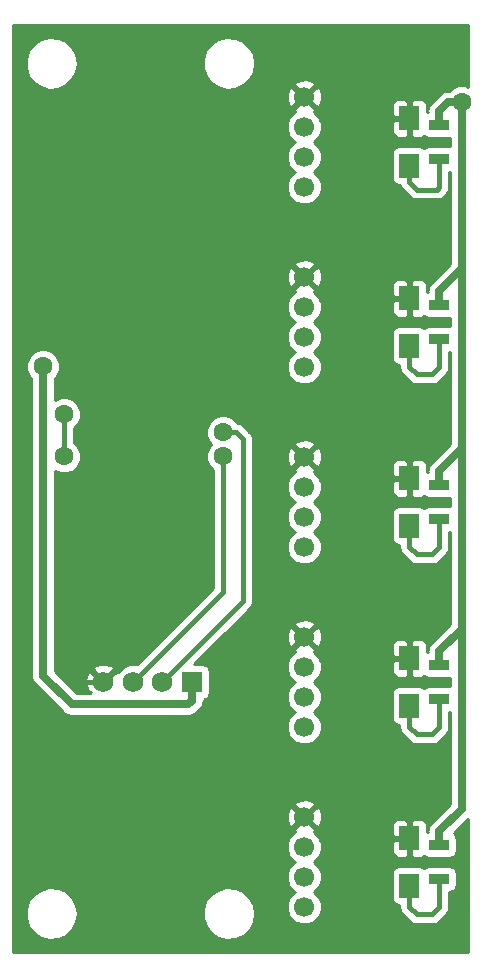
<source format=gbr>
G04 #@! TF.GenerationSoftware,KiCad,Pcbnew,(5.0.0-rc2-dev-632-g76d3b6f04)*
G04 #@! TF.CreationDate,2018-11-25T05:17:50+09:00*
G04 #@! TF.ProjectId,I2C_color_sensor_v1,4932435F636F6C6F725F73656E736F72,rev?*
G04 #@! TF.SameCoordinates,Original*
G04 #@! TF.FileFunction,Copper,L2,Bot,Signal*
G04 #@! TF.FilePolarity,Positive*
%FSLAX46Y46*%
G04 Gerber Fmt 4.6, Leading zero omitted, Abs format (unit mm)*
G04 Created by KiCad (PCBNEW (5.0.0-rc2-dev-632-g76d3b6f04)) date 11/25/18 05:17:50*
%MOMM*%
%LPD*%
G01*
G04 APERTURE LIST*
%ADD10C,1.700000*%
%ADD11C,1.750000*%
%ADD12R,1.750000X1.750000*%
%ADD13R,1.700000X2.000000*%
%ADD14R,1.700000X0.900000*%
%ADD15C,1.600000*%
%ADD16C,0.700000*%
%ADD17C,0.400000*%
%ADD18C,0.254000*%
G04 APERTURE END LIST*
D10*
X150400000Y-97330000D03*
X150400000Y-99870000D03*
X150400000Y-102410000D03*
X150400000Y-104950000D03*
D11*
X133375000Y-116380000D03*
X135875000Y-116380000D03*
X138375000Y-116380000D03*
D12*
X140875000Y-116380000D03*
D13*
X159290000Y-72660000D03*
X159290000Y-68660000D03*
X159290000Y-83900000D03*
X159290000Y-87900000D03*
X159290000Y-118380000D03*
X159290000Y-114380000D03*
X159290000Y-99140000D03*
X159290000Y-103140000D03*
X159290000Y-133620000D03*
X159290000Y-129620000D03*
D10*
X150400000Y-66850000D03*
X150400000Y-69390000D03*
X150400000Y-71930000D03*
X150400000Y-74470000D03*
X150400000Y-89710000D03*
X150400000Y-87170000D03*
X150400000Y-84630000D03*
X150400000Y-82090000D03*
X150400000Y-120190000D03*
X150400000Y-117650000D03*
X150400000Y-115110000D03*
X150400000Y-112570000D03*
X150400000Y-127810000D03*
X150400000Y-130350000D03*
X150400000Y-132890000D03*
X150400000Y-135430000D03*
D14*
X161830000Y-69210000D03*
X161830000Y-72110000D03*
X161830000Y-87350000D03*
X161830000Y-84450000D03*
X161830000Y-114930000D03*
X161830000Y-117830000D03*
X161830000Y-102590000D03*
X161830000Y-99690000D03*
X161830000Y-130170000D03*
X161830000Y-133070000D03*
D15*
X163735000Y-67310000D03*
X143510000Y-95250000D03*
X143510000Y-97282000D03*
X130080000Y-114475000D03*
X156750000Y-66850000D03*
X156750000Y-82090000D03*
X156750000Y-127810000D03*
X156750000Y-112570000D03*
X156750000Y-97330000D03*
X156500000Y-136999986D03*
X128270000Y-89662000D03*
X130048000Y-97282000D03*
X130048000Y-93726000D03*
D16*
X161830000Y-68060000D02*
X162580000Y-67310000D01*
X161830000Y-69210000D02*
X161830000Y-68060000D01*
X162580000Y-67310000D02*
X163735000Y-67310000D01*
X161830000Y-83280000D02*
X161830000Y-84450000D01*
X163735000Y-67310000D02*
X163735000Y-81375000D01*
X163735000Y-81375000D02*
X161830000Y-83280000D01*
X163735000Y-81375000D02*
X163735000Y-96615000D01*
X161830000Y-98520000D02*
X161830000Y-99690000D01*
X163735000Y-96615000D02*
X161830000Y-98520000D01*
X161830000Y-113780000D02*
X161830000Y-114930000D01*
X163735000Y-111875000D02*
X161830000Y-113780000D01*
X163735000Y-96615000D02*
X163735000Y-111875000D01*
X161830000Y-129020000D02*
X161830000Y-130170000D01*
X163735000Y-127115000D02*
X161830000Y-129020000D01*
X163735000Y-111875000D02*
X163735000Y-127115000D01*
D17*
X145218001Y-109536999D02*
X145218001Y-95826631D01*
X144641370Y-95250000D02*
X143510000Y-95250000D01*
X145218001Y-95826631D02*
X144641370Y-95250000D01*
X138375000Y-116380000D02*
X145218001Y-109536999D01*
X143510000Y-98413370D02*
X143510000Y-97282000D01*
X135875000Y-116380000D02*
X143510000Y-108745000D01*
X143510000Y-108745000D02*
X143510000Y-98413370D01*
X133375000Y-116380000D02*
X130715000Y-116380000D01*
X130715000Y-116380000D02*
X130080000Y-115745000D01*
X130080000Y-115745000D02*
X130080000Y-114475000D01*
X156750000Y-82090000D02*
X156750000Y-66850000D01*
X156750000Y-127810000D02*
X156750000Y-112570000D01*
X156750000Y-112570000D02*
X156750000Y-97330000D01*
X156750000Y-97330000D02*
X156750000Y-82090000D01*
X159290000Y-128220000D02*
X159290000Y-129620000D01*
X158880000Y-127810000D02*
X159290000Y-128220000D01*
X156750000Y-127810000D02*
X158880000Y-127810000D01*
X159290000Y-112980000D02*
X159290000Y-114380000D01*
X158880000Y-112570000D02*
X159290000Y-112980000D01*
X156750000Y-112570000D02*
X158880000Y-112570000D01*
X159290000Y-97740000D02*
X159290000Y-99140000D01*
X158880000Y-97330000D02*
X159290000Y-97740000D01*
X156750000Y-97330000D02*
X158880000Y-97330000D01*
X159290000Y-82500000D02*
X159290000Y-83900000D01*
X158880000Y-82090000D02*
X159290000Y-82500000D01*
X156750000Y-82090000D02*
X158880000Y-82090000D01*
X159290000Y-67260000D02*
X159290000Y-68660000D01*
X158880000Y-66850000D02*
X159290000Y-67260000D01*
X156750000Y-66850000D02*
X158880000Y-66850000D01*
X156750000Y-136749986D02*
X156500000Y-136999986D01*
X156750000Y-127810000D02*
X156750000Y-136749986D01*
D16*
X140545000Y-118285000D02*
X130715000Y-118285000D01*
X140875000Y-117955000D02*
X140545000Y-118285000D01*
X140875000Y-116380000D02*
X140875000Y-117955000D01*
X130715000Y-118285000D02*
X128270000Y-115840000D01*
X128270000Y-97536000D02*
X128270000Y-89662000D01*
X128270000Y-115840000D02*
X128270000Y-97536000D01*
D17*
X159290000Y-74060000D02*
X159925000Y-74695000D01*
X159290000Y-72660000D02*
X159290000Y-74060000D01*
X159925000Y-74695000D02*
X161605000Y-74695000D01*
X161605000Y-74695000D02*
X161830000Y-74470000D01*
X161830000Y-74470000D02*
X161830000Y-72110000D01*
X161830000Y-89710000D02*
X161830000Y-87350000D01*
X161195000Y-90345000D02*
X161830000Y-89710000D01*
X159925000Y-90345000D02*
X161195000Y-90345000D01*
X159290000Y-87900000D02*
X159290000Y-89710000D01*
X159290000Y-89710000D02*
X159925000Y-90345000D01*
X159290000Y-118380000D02*
X159290000Y-120190000D01*
X159290000Y-120190000D02*
X159925000Y-120825000D01*
X159925000Y-120825000D02*
X161195000Y-120825000D01*
X161195000Y-120825000D02*
X161830000Y-120190000D01*
X161830000Y-120190000D02*
X161830000Y-117830000D01*
X159290000Y-103140000D02*
X159290000Y-104950000D01*
X159290000Y-104950000D02*
X159925000Y-105585000D01*
X159925000Y-105585000D02*
X161195000Y-105585000D01*
X161195000Y-105585000D02*
X161830000Y-104950000D01*
X161830000Y-104950000D02*
X161830000Y-102590000D01*
X161830000Y-135430000D02*
X161830000Y-133070000D01*
X161195000Y-136065000D02*
X161830000Y-135430000D01*
X159925000Y-136065000D02*
X161195000Y-136065000D01*
X159290000Y-133620000D02*
X159290000Y-135430000D01*
X159290000Y-135430000D02*
X159925000Y-136065000D01*
X130048000Y-97282000D02*
X130048000Y-93726000D01*
D18*
G36*
X164265001Y-65976301D02*
X164020439Y-65875000D01*
X163449561Y-65875000D01*
X162922138Y-66093466D01*
X162690604Y-66325000D01*
X162677007Y-66325000D01*
X162579999Y-66305704D01*
X162482991Y-66325000D01*
X162482988Y-66325000D01*
X162195672Y-66382151D01*
X161869855Y-66599855D01*
X161814902Y-66682098D01*
X161202096Y-67294904D01*
X161119856Y-67349855D01*
X161064905Y-67432095D01*
X161064902Y-67432098D01*
X160902151Y-67675673D01*
X160825704Y-68060000D01*
X160841633Y-68140083D01*
X160775000Y-68153337D01*
X160775000Y-67533691D01*
X160678327Y-67300302D01*
X160499699Y-67121673D01*
X160266310Y-67025000D01*
X159575750Y-67025000D01*
X159417000Y-67183750D01*
X159417000Y-68533000D01*
X159437000Y-68533000D01*
X159437000Y-68787000D01*
X159417000Y-68787000D01*
X159417000Y-70136250D01*
X159575750Y-70295000D01*
X160266310Y-70295000D01*
X160499699Y-70198327D01*
X160556975Y-70141051D01*
X160732235Y-70258157D01*
X160980000Y-70307440D01*
X162680000Y-70307440D01*
X162750000Y-70293516D01*
X162750000Y-71026484D01*
X162680000Y-71012560D01*
X160980000Y-71012560D01*
X160732235Y-71061843D01*
X160560000Y-71176928D01*
X160387765Y-71061843D01*
X160140000Y-71012560D01*
X158440000Y-71012560D01*
X158192235Y-71061843D01*
X157982191Y-71202191D01*
X157841843Y-71412235D01*
X157792560Y-71660000D01*
X157792560Y-73660000D01*
X157841843Y-73907765D01*
X157982191Y-74117809D01*
X158192235Y-74258157D01*
X158440000Y-74307440D01*
X158487861Y-74307440D01*
X158503448Y-74385800D01*
X158503449Y-74385801D01*
X158688000Y-74662001D01*
X158757718Y-74708585D01*
X159276414Y-75227282D01*
X159322999Y-75297001D01*
X159599199Y-75481552D01*
X159842763Y-75530000D01*
X159925000Y-75546358D01*
X160007237Y-75530000D01*
X161522767Y-75530000D01*
X161605000Y-75546357D01*
X161687233Y-75530000D01*
X161687237Y-75530000D01*
X161930801Y-75481552D01*
X162207001Y-75297001D01*
X162253587Y-75227280D01*
X162362280Y-75118587D01*
X162432001Y-75072001D01*
X162616552Y-74795801D01*
X162665000Y-74552237D01*
X162665000Y-74552234D01*
X162681357Y-74470001D01*
X162665000Y-74387768D01*
X162665000Y-73207440D01*
X162680000Y-73207440D01*
X162750000Y-73193516D01*
X162750001Y-80966998D01*
X161202098Y-82514902D01*
X161119855Y-82569855D01*
X161064902Y-82652098D01*
X160916579Y-82874080D01*
X160902151Y-82895673D01*
X160845000Y-83182989D01*
X160845000Y-83182992D01*
X160825704Y-83280000D01*
X160845000Y-83377009D01*
X160845000Y-83379413D01*
X160775000Y-83393337D01*
X160775000Y-82773691D01*
X160678327Y-82540302D01*
X160499699Y-82361673D01*
X160266310Y-82265000D01*
X159575750Y-82265000D01*
X159417000Y-82423750D01*
X159417000Y-83773000D01*
X159437000Y-83773000D01*
X159437000Y-84027000D01*
X159417000Y-84027000D01*
X159417000Y-85376250D01*
X159575750Y-85535000D01*
X160266310Y-85535000D01*
X160499699Y-85438327D01*
X160556975Y-85381051D01*
X160732235Y-85498157D01*
X160980000Y-85547440D01*
X162680000Y-85547440D01*
X162750000Y-85533516D01*
X162750000Y-86266484D01*
X162680000Y-86252560D01*
X160980000Y-86252560D01*
X160732235Y-86301843D01*
X160560000Y-86416928D01*
X160387765Y-86301843D01*
X160140000Y-86252560D01*
X158440000Y-86252560D01*
X158192235Y-86301843D01*
X157982191Y-86442191D01*
X157841843Y-86652235D01*
X157792560Y-86900000D01*
X157792560Y-88900000D01*
X157841843Y-89147765D01*
X157982191Y-89357809D01*
X158192235Y-89498157D01*
X158440000Y-89547440D01*
X158455001Y-89547440D01*
X158455001Y-89627762D01*
X158438643Y-89710000D01*
X158503448Y-90035800D01*
X158503449Y-90035801D01*
X158688000Y-90312001D01*
X158757718Y-90358585D01*
X159276414Y-90877282D01*
X159322999Y-90947001D01*
X159599199Y-91131552D01*
X159842763Y-91180000D01*
X159925000Y-91196358D01*
X160007237Y-91180000D01*
X161112767Y-91180000D01*
X161195000Y-91196357D01*
X161277233Y-91180000D01*
X161277237Y-91180000D01*
X161520801Y-91131552D01*
X161797001Y-90947001D01*
X161843587Y-90877280D01*
X162362283Y-90358585D01*
X162432001Y-90312001D01*
X162616552Y-90035801D01*
X162665000Y-89792237D01*
X162665000Y-89792236D01*
X162681358Y-89710000D01*
X162665000Y-89627763D01*
X162665000Y-88447440D01*
X162680000Y-88447440D01*
X162750000Y-88433516D01*
X162750001Y-96206998D01*
X161202098Y-97754902D01*
X161119855Y-97809855D01*
X161064902Y-97892098D01*
X160947000Y-98068552D01*
X160902151Y-98135673D01*
X160845000Y-98422989D01*
X160845000Y-98422992D01*
X160825704Y-98520000D01*
X160845000Y-98617009D01*
X160845000Y-98619413D01*
X160775000Y-98633337D01*
X160775000Y-98013691D01*
X160678327Y-97780302D01*
X160499699Y-97601673D01*
X160266310Y-97505000D01*
X159575750Y-97505000D01*
X159417000Y-97663750D01*
X159417000Y-99013000D01*
X159437000Y-99013000D01*
X159437000Y-99267000D01*
X159417000Y-99267000D01*
X159417000Y-100616250D01*
X159575750Y-100775000D01*
X160266310Y-100775000D01*
X160499699Y-100678327D01*
X160556975Y-100621051D01*
X160732235Y-100738157D01*
X160980000Y-100787440D01*
X162680000Y-100787440D01*
X162750000Y-100773516D01*
X162750000Y-101506484D01*
X162680000Y-101492560D01*
X160980000Y-101492560D01*
X160732235Y-101541843D01*
X160560000Y-101656928D01*
X160387765Y-101541843D01*
X160140000Y-101492560D01*
X158440000Y-101492560D01*
X158192235Y-101541843D01*
X157982191Y-101682191D01*
X157841843Y-101892235D01*
X157792560Y-102140000D01*
X157792560Y-104140000D01*
X157841843Y-104387765D01*
X157982191Y-104597809D01*
X158192235Y-104738157D01*
X158440000Y-104787440D01*
X158455001Y-104787440D01*
X158455001Y-104867762D01*
X158438643Y-104950000D01*
X158503448Y-105275800D01*
X158503449Y-105275801D01*
X158688000Y-105552001D01*
X158757718Y-105598585D01*
X159276414Y-106117282D01*
X159322999Y-106187001D01*
X159599199Y-106371552D01*
X159842763Y-106420000D01*
X159925000Y-106436358D01*
X160007237Y-106420000D01*
X161112767Y-106420000D01*
X161195000Y-106436357D01*
X161277233Y-106420000D01*
X161277237Y-106420000D01*
X161520801Y-106371552D01*
X161797001Y-106187001D01*
X161843587Y-106117280D01*
X162362283Y-105598585D01*
X162432001Y-105552001D01*
X162616552Y-105275801D01*
X162665000Y-105032237D01*
X162665000Y-105032236D01*
X162681358Y-104950000D01*
X162665000Y-104867763D01*
X162665000Y-103687440D01*
X162680000Y-103687440D01*
X162750000Y-103673516D01*
X162750001Y-111466998D01*
X161202098Y-113014902D01*
X161119855Y-113069855D01*
X160902151Y-113395673D01*
X160845000Y-113682989D01*
X160845000Y-113682992D01*
X160825704Y-113780000D01*
X160841633Y-113860083D01*
X160775000Y-113873337D01*
X160775000Y-113253691D01*
X160678327Y-113020302D01*
X160499699Y-112841673D01*
X160266310Y-112745000D01*
X159575750Y-112745000D01*
X159417000Y-112903750D01*
X159417000Y-114253000D01*
X159437000Y-114253000D01*
X159437000Y-114507000D01*
X159417000Y-114507000D01*
X159417000Y-115856250D01*
X159575750Y-116015000D01*
X160266310Y-116015000D01*
X160499699Y-115918327D01*
X160556975Y-115861051D01*
X160732235Y-115978157D01*
X160980000Y-116027440D01*
X162680000Y-116027440D01*
X162750000Y-116013516D01*
X162750000Y-116746484D01*
X162680000Y-116732560D01*
X160980000Y-116732560D01*
X160732235Y-116781843D01*
X160560000Y-116896928D01*
X160387765Y-116781843D01*
X160140000Y-116732560D01*
X158440000Y-116732560D01*
X158192235Y-116781843D01*
X157982191Y-116922191D01*
X157841843Y-117132235D01*
X157792560Y-117380000D01*
X157792560Y-119380000D01*
X157841843Y-119627765D01*
X157982191Y-119837809D01*
X158192235Y-119978157D01*
X158440000Y-120027440D01*
X158455001Y-120027440D01*
X158455001Y-120107762D01*
X158438643Y-120190000D01*
X158503448Y-120515800D01*
X158503449Y-120515801D01*
X158688000Y-120792001D01*
X158757718Y-120838585D01*
X159276414Y-121357282D01*
X159322999Y-121427001D01*
X159599199Y-121611552D01*
X159842763Y-121660000D01*
X159925000Y-121676358D01*
X160007237Y-121660000D01*
X161112767Y-121660000D01*
X161195000Y-121676357D01*
X161277233Y-121660000D01*
X161277237Y-121660000D01*
X161520801Y-121611552D01*
X161797001Y-121427001D01*
X161843587Y-121357280D01*
X162362283Y-120838585D01*
X162432001Y-120792001D01*
X162616552Y-120515801D01*
X162665000Y-120272237D01*
X162665000Y-120272236D01*
X162681358Y-120190000D01*
X162665000Y-120107763D01*
X162665000Y-118927440D01*
X162680000Y-118927440D01*
X162750000Y-118913516D01*
X162750001Y-126706998D01*
X161202098Y-128254902D01*
X161119855Y-128309855D01*
X160902151Y-128635673D01*
X160845000Y-128922989D01*
X160845000Y-128922992D01*
X160825704Y-129020000D01*
X160841633Y-129100083D01*
X160775000Y-129113337D01*
X160775000Y-128493691D01*
X160678327Y-128260302D01*
X160499699Y-128081673D01*
X160266310Y-127985000D01*
X159575750Y-127985000D01*
X159417000Y-128143750D01*
X159417000Y-129493000D01*
X159437000Y-129493000D01*
X159437000Y-129747000D01*
X159417000Y-129747000D01*
X159417000Y-131096250D01*
X159575750Y-131255000D01*
X160266310Y-131255000D01*
X160499699Y-131158327D01*
X160556975Y-131101051D01*
X160732235Y-131218157D01*
X160980000Y-131267440D01*
X162680000Y-131267440D01*
X162927765Y-131218157D01*
X163137809Y-131077809D01*
X163278157Y-130867765D01*
X163327440Y-130620000D01*
X163327440Y-129720000D01*
X163278157Y-129472235D01*
X163137809Y-129262191D01*
X163043695Y-129199305D01*
X164265000Y-127978001D01*
X164265000Y-139265000D01*
X125735000Y-139265000D01*
X125735000Y-135651151D01*
X126797455Y-135651151D01*
X126803206Y-136383402D01*
X127045836Y-137074311D01*
X127499182Y-137649377D01*
X128114360Y-138046593D01*
X128825036Y-138223126D01*
X129554578Y-138159940D01*
X130224321Y-137863850D01*
X130762046Y-137366783D01*
X131109770Y-136722336D01*
X131230000Y-136000000D01*
X131229725Y-135964973D01*
X131172411Y-135651151D01*
X141797455Y-135651151D01*
X141803206Y-136383402D01*
X142045836Y-137074311D01*
X142499182Y-137649377D01*
X143114360Y-138046593D01*
X143825036Y-138223126D01*
X144554578Y-138159940D01*
X145224321Y-137863850D01*
X145762046Y-137366783D01*
X146109770Y-136722336D01*
X146230000Y-136000000D01*
X146229725Y-135964973D01*
X146098164Y-135244614D01*
X145740360Y-134605709D01*
X145194894Y-134117149D01*
X144520583Y-133831615D01*
X143790138Y-133779897D01*
X143082323Y-133967571D01*
X142473460Y-134374400D01*
X142029203Y-134956517D01*
X141797455Y-135651151D01*
X131172411Y-135651151D01*
X131098164Y-135244614D01*
X130740360Y-134605709D01*
X130194894Y-134117149D01*
X129520583Y-133831615D01*
X128790138Y-133779897D01*
X128082323Y-133967571D01*
X127473460Y-134374400D01*
X127029203Y-134956517D01*
X126797455Y-135651151D01*
X125735000Y-135651151D01*
X125735000Y-130054615D01*
X148915000Y-130054615D01*
X148915000Y-130645385D01*
X149141078Y-131191185D01*
X149558815Y-131608922D01*
X149585560Y-131620000D01*
X149558815Y-131631078D01*
X149141078Y-132048815D01*
X148915000Y-132594615D01*
X148915000Y-133185385D01*
X149141078Y-133731185D01*
X149558815Y-134148922D01*
X149585560Y-134160000D01*
X149558815Y-134171078D01*
X149141078Y-134588815D01*
X148915000Y-135134615D01*
X148915000Y-135725385D01*
X149141078Y-136271185D01*
X149558815Y-136688922D01*
X150104615Y-136915000D01*
X150695385Y-136915000D01*
X151241185Y-136688922D01*
X151658922Y-136271185D01*
X151885000Y-135725385D01*
X151885000Y-135134615D01*
X151658922Y-134588815D01*
X151241185Y-134171078D01*
X151214440Y-134160000D01*
X151241185Y-134148922D01*
X151658922Y-133731185D01*
X151885000Y-133185385D01*
X151885000Y-132620000D01*
X157792560Y-132620000D01*
X157792560Y-134620000D01*
X157841843Y-134867765D01*
X157982191Y-135077809D01*
X158192235Y-135218157D01*
X158440000Y-135267440D01*
X158455001Y-135267440D01*
X158455001Y-135347762D01*
X158438643Y-135430000D01*
X158503448Y-135755800D01*
X158503449Y-135755801D01*
X158688000Y-136032001D01*
X158757718Y-136078585D01*
X159276414Y-136597282D01*
X159322999Y-136667001D01*
X159599199Y-136851552D01*
X159842763Y-136900000D01*
X159925000Y-136916358D01*
X160007237Y-136900000D01*
X161112767Y-136900000D01*
X161195000Y-136916357D01*
X161277233Y-136900000D01*
X161277237Y-136900000D01*
X161520801Y-136851552D01*
X161797001Y-136667001D01*
X161843587Y-136597280D01*
X162362283Y-136078585D01*
X162432001Y-136032001D01*
X162616552Y-135755801D01*
X162665000Y-135512237D01*
X162665000Y-135512236D01*
X162681358Y-135430000D01*
X162665000Y-135347763D01*
X162665000Y-134167440D01*
X162680000Y-134167440D01*
X162927765Y-134118157D01*
X163137809Y-133977809D01*
X163278157Y-133767765D01*
X163327440Y-133520000D01*
X163327440Y-132620000D01*
X163278157Y-132372235D01*
X163137809Y-132162191D01*
X162927765Y-132021843D01*
X162680000Y-131972560D01*
X160980000Y-131972560D01*
X160732235Y-132021843D01*
X160560000Y-132136928D01*
X160387765Y-132021843D01*
X160140000Y-131972560D01*
X158440000Y-131972560D01*
X158192235Y-132021843D01*
X157982191Y-132162191D01*
X157841843Y-132372235D01*
X157792560Y-132620000D01*
X151885000Y-132620000D01*
X151885000Y-132594615D01*
X151658922Y-132048815D01*
X151241185Y-131631078D01*
X151214440Y-131620000D01*
X151241185Y-131608922D01*
X151658922Y-131191185D01*
X151885000Y-130645385D01*
X151885000Y-130054615D01*
X151823339Y-129905750D01*
X157805000Y-129905750D01*
X157805000Y-130746309D01*
X157901673Y-130979698D01*
X158080301Y-131158327D01*
X158313690Y-131255000D01*
X159004250Y-131255000D01*
X159163000Y-131096250D01*
X159163000Y-129747000D01*
X157963750Y-129747000D01*
X157805000Y-129905750D01*
X151823339Y-129905750D01*
X151658922Y-129508815D01*
X151241185Y-129091078D01*
X151194753Y-129071845D01*
X151264353Y-128853958D01*
X150400000Y-127989605D01*
X149535647Y-128853958D01*
X149605247Y-129071845D01*
X149558815Y-129091078D01*
X149141078Y-129508815D01*
X148915000Y-130054615D01*
X125735000Y-130054615D01*
X125735000Y-127581279D01*
X148903282Y-127581279D01*
X148929685Y-128171458D01*
X149104741Y-128594080D01*
X149356042Y-128674353D01*
X150220395Y-127810000D01*
X150579605Y-127810000D01*
X151443958Y-128674353D01*
X151695259Y-128594080D01*
X151731675Y-128493691D01*
X157805000Y-128493691D01*
X157805000Y-129334250D01*
X157963750Y-129493000D01*
X159163000Y-129493000D01*
X159163000Y-128143750D01*
X159004250Y-127985000D01*
X158313690Y-127985000D01*
X158080301Y-128081673D01*
X157901673Y-128260302D01*
X157805000Y-128493691D01*
X151731675Y-128493691D01*
X151896718Y-128038721D01*
X151870315Y-127448542D01*
X151695259Y-127025920D01*
X151443958Y-126945647D01*
X150579605Y-127810000D01*
X150220395Y-127810000D01*
X149356042Y-126945647D01*
X149104741Y-127025920D01*
X148903282Y-127581279D01*
X125735000Y-127581279D01*
X125735000Y-126766042D01*
X149535647Y-126766042D01*
X150400000Y-127630395D01*
X151264353Y-126766042D01*
X151184080Y-126514741D01*
X150628721Y-126313282D01*
X150038542Y-126339685D01*
X149615920Y-126514741D01*
X149535647Y-126766042D01*
X125735000Y-126766042D01*
X125735000Y-89376561D01*
X126835000Y-89376561D01*
X126835000Y-89947439D01*
X127053466Y-90474862D01*
X127285001Y-90706397D01*
X127285000Y-97633011D01*
X127285001Y-97633016D01*
X127285000Y-115742992D01*
X127265704Y-115840000D01*
X127285000Y-115937008D01*
X127285000Y-115937011D01*
X127342151Y-116224327D01*
X127559855Y-116550145D01*
X127642098Y-116605098D01*
X129949902Y-118912902D01*
X130004855Y-118995145D01*
X130330672Y-119212849D01*
X130617988Y-119270000D01*
X130617991Y-119270000D01*
X130714999Y-119289296D01*
X130812007Y-119270000D01*
X140447992Y-119270000D01*
X140545000Y-119289296D01*
X140642008Y-119270000D01*
X140642012Y-119270000D01*
X140929328Y-119212849D01*
X141255145Y-118995145D01*
X141310099Y-118912901D01*
X141502900Y-118720100D01*
X141585145Y-118665145D01*
X141802849Y-118339328D01*
X141860000Y-118052012D01*
X141860000Y-118052008D01*
X141879296Y-117955001D01*
X141864318Y-117879701D01*
X141997765Y-117853157D01*
X142207809Y-117712809D01*
X142348157Y-117502765D01*
X142397440Y-117255000D01*
X142397440Y-115505000D01*
X142348157Y-115257235D01*
X142207809Y-115047191D01*
X141997765Y-114906843D01*
X141750000Y-114857560D01*
X141078307Y-114857560D01*
X141121252Y-114814615D01*
X148915000Y-114814615D01*
X148915000Y-115405385D01*
X149141078Y-115951185D01*
X149558815Y-116368922D01*
X149585560Y-116380000D01*
X149558815Y-116391078D01*
X149141078Y-116808815D01*
X148915000Y-117354615D01*
X148915000Y-117945385D01*
X149141078Y-118491185D01*
X149558815Y-118908922D01*
X149585560Y-118920000D01*
X149558815Y-118931078D01*
X149141078Y-119348815D01*
X148915000Y-119894615D01*
X148915000Y-120485385D01*
X149141078Y-121031185D01*
X149558815Y-121448922D01*
X150104615Y-121675000D01*
X150695385Y-121675000D01*
X151241185Y-121448922D01*
X151658922Y-121031185D01*
X151885000Y-120485385D01*
X151885000Y-119894615D01*
X151658922Y-119348815D01*
X151241185Y-118931078D01*
X151214440Y-118920000D01*
X151241185Y-118908922D01*
X151658922Y-118491185D01*
X151885000Y-117945385D01*
X151885000Y-117354615D01*
X151658922Y-116808815D01*
X151241185Y-116391078D01*
X151214440Y-116380000D01*
X151241185Y-116368922D01*
X151658922Y-115951185D01*
X151885000Y-115405385D01*
X151885000Y-114814615D01*
X151823339Y-114665750D01*
X157805000Y-114665750D01*
X157805000Y-115506309D01*
X157901673Y-115739698D01*
X158080301Y-115918327D01*
X158313690Y-116015000D01*
X159004250Y-116015000D01*
X159163000Y-115856250D01*
X159163000Y-114507000D01*
X157963750Y-114507000D01*
X157805000Y-114665750D01*
X151823339Y-114665750D01*
X151658922Y-114268815D01*
X151241185Y-113851078D01*
X151194753Y-113831845D01*
X151264353Y-113613958D01*
X150400000Y-112749605D01*
X149535647Y-113613958D01*
X149605247Y-113831845D01*
X149558815Y-113851078D01*
X149141078Y-114268815D01*
X148915000Y-114814615D01*
X141121252Y-114814615D01*
X143594588Y-112341279D01*
X148903282Y-112341279D01*
X148929685Y-112931458D01*
X149104741Y-113354080D01*
X149356042Y-113434353D01*
X150220395Y-112570000D01*
X150579605Y-112570000D01*
X151443958Y-113434353D01*
X151695259Y-113354080D01*
X151731675Y-113253691D01*
X157805000Y-113253691D01*
X157805000Y-114094250D01*
X157963750Y-114253000D01*
X159163000Y-114253000D01*
X159163000Y-112903750D01*
X159004250Y-112745000D01*
X158313690Y-112745000D01*
X158080301Y-112841673D01*
X157901673Y-113020302D01*
X157805000Y-113253691D01*
X151731675Y-113253691D01*
X151896718Y-112798721D01*
X151870315Y-112208542D01*
X151695259Y-111785920D01*
X151443958Y-111705647D01*
X150579605Y-112570000D01*
X150220395Y-112570000D01*
X149356042Y-111705647D01*
X149104741Y-111785920D01*
X148903282Y-112341279D01*
X143594588Y-112341279D01*
X144409825Y-111526042D01*
X149535647Y-111526042D01*
X150400000Y-112390395D01*
X151264353Y-111526042D01*
X151184080Y-111274741D01*
X150628721Y-111073282D01*
X150038542Y-111099685D01*
X149615920Y-111274741D01*
X149535647Y-111526042D01*
X144409825Y-111526042D01*
X145750284Y-110185584D01*
X145820002Y-110139000D01*
X146004553Y-109862800D01*
X146053001Y-109619236D01*
X146053001Y-109619235D01*
X146069359Y-109536999D01*
X146053001Y-109454762D01*
X146053001Y-99574615D01*
X148915000Y-99574615D01*
X148915000Y-100165385D01*
X149141078Y-100711185D01*
X149558815Y-101128922D01*
X149585560Y-101140000D01*
X149558815Y-101151078D01*
X149141078Y-101568815D01*
X148915000Y-102114615D01*
X148915000Y-102705385D01*
X149141078Y-103251185D01*
X149558815Y-103668922D01*
X149585560Y-103680000D01*
X149558815Y-103691078D01*
X149141078Y-104108815D01*
X148915000Y-104654615D01*
X148915000Y-105245385D01*
X149141078Y-105791185D01*
X149558815Y-106208922D01*
X150104615Y-106435000D01*
X150695385Y-106435000D01*
X151241185Y-106208922D01*
X151658922Y-105791185D01*
X151885000Y-105245385D01*
X151885000Y-104654615D01*
X151658922Y-104108815D01*
X151241185Y-103691078D01*
X151214440Y-103680000D01*
X151241185Y-103668922D01*
X151658922Y-103251185D01*
X151885000Y-102705385D01*
X151885000Y-102114615D01*
X151658922Y-101568815D01*
X151241185Y-101151078D01*
X151214440Y-101140000D01*
X151241185Y-101128922D01*
X151658922Y-100711185D01*
X151885000Y-100165385D01*
X151885000Y-99574615D01*
X151823339Y-99425750D01*
X157805000Y-99425750D01*
X157805000Y-100266309D01*
X157901673Y-100499698D01*
X158080301Y-100678327D01*
X158313690Y-100775000D01*
X159004250Y-100775000D01*
X159163000Y-100616250D01*
X159163000Y-99267000D01*
X157963750Y-99267000D01*
X157805000Y-99425750D01*
X151823339Y-99425750D01*
X151658922Y-99028815D01*
X151241185Y-98611078D01*
X151194753Y-98591845D01*
X151264353Y-98373958D01*
X150400000Y-97509605D01*
X149535647Y-98373958D01*
X149605247Y-98591845D01*
X149558815Y-98611078D01*
X149141078Y-99028815D01*
X148915000Y-99574615D01*
X146053001Y-99574615D01*
X146053001Y-97101279D01*
X148903282Y-97101279D01*
X148929685Y-97691458D01*
X149104741Y-98114080D01*
X149356042Y-98194353D01*
X150220395Y-97330000D01*
X150579605Y-97330000D01*
X151443958Y-98194353D01*
X151695259Y-98114080D01*
X151731675Y-98013691D01*
X157805000Y-98013691D01*
X157805000Y-98854250D01*
X157963750Y-99013000D01*
X159163000Y-99013000D01*
X159163000Y-97663750D01*
X159004250Y-97505000D01*
X158313690Y-97505000D01*
X158080301Y-97601673D01*
X157901673Y-97780302D01*
X157805000Y-98013691D01*
X151731675Y-98013691D01*
X151896718Y-97558721D01*
X151870315Y-96968542D01*
X151695259Y-96545920D01*
X151443958Y-96465647D01*
X150579605Y-97330000D01*
X150220395Y-97330000D01*
X149356042Y-96465647D01*
X149104741Y-96545920D01*
X148903282Y-97101279D01*
X146053001Y-97101279D01*
X146053001Y-96286042D01*
X149535647Y-96286042D01*
X150400000Y-97150395D01*
X151264353Y-96286042D01*
X151184080Y-96034741D01*
X150628721Y-95833282D01*
X150038542Y-95859685D01*
X149615920Y-96034741D01*
X149535647Y-96286042D01*
X146053001Y-96286042D01*
X146053001Y-95908863D01*
X146069358Y-95826630D01*
X146053001Y-95744397D01*
X146053001Y-95744394D01*
X146004553Y-95500830D01*
X145820002Y-95224630D01*
X145750286Y-95178047D01*
X145289957Y-94717719D01*
X145243371Y-94647999D01*
X144967171Y-94463448D01*
X144723607Y-94415000D01*
X144723603Y-94415000D01*
X144699627Y-94410231D01*
X144322862Y-94033466D01*
X143795439Y-93815000D01*
X143224561Y-93815000D01*
X142697138Y-94033466D01*
X142293466Y-94437138D01*
X142075000Y-94964561D01*
X142075000Y-95535439D01*
X142293466Y-96062862D01*
X142496604Y-96266000D01*
X142293466Y-96469138D01*
X142075000Y-96996561D01*
X142075000Y-97567439D01*
X142293466Y-98094862D01*
X142675000Y-98476396D01*
X142675000Y-98495606D01*
X142675001Y-98495611D01*
X142675000Y-108399132D01*
X136195705Y-114878428D01*
X136175358Y-114870000D01*
X135574642Y-114870000D01*
X135019654Y-115099884D01*
X134594884Y-115524654D01*
X134585879Y-115546394D01*
X134437060Y-115497545D01*
X133554605Y-116380000D01*
X133568748Y-116394143D01*
X133389143Y-116573748D01*
X133375000Y-116559605D01*
X133360858Y-116573748D01*
X133181253Y-116394143D01*
X133195395Y-116380000D01*
X132312940Y-115497545D01*
X132059047Y-115580884D01*
X131853410Y-116145306D01*
X131879421Y-116745458D01*
X132059047Y-117179116D01*
X132312938Y-117262454D01*
X132275392Y-117300000D01*
X131123000Y-117300000D01*
X129255000Y-115432000D01*
X129255000Y-115317940D01*
X132492545Y-115317940D01*
X133375000Y-116200395D01*
X134257455Y-115317940D01*
X134174116Y-115064047D01*
X133609694Y-114858410D01*
X133009542Y-114884421D01*
X132575884Y-115064047D01*
X132492545Y-115317940D01*
X129255000Y-115317940D01*
X129255000Y-98506761D01*
X129762561Y-98717000D01*
X130333439Y-98717000D01*
X130860862Y-98498534D01*
X131264534Y-98094862D01*
X131483000Y-97567439D01*
X131483000Y-96996561D01*
X131264534Y-96469138D01*
X130883000Y-96087604D01*
X130883000Y-94920396D01*
X131264534Y-94538862D01*
X131483000Y-94011439D01*
X131483000Y-93440561D01*
X131264534Y-92913138D01*
X130860862Y-92509466D01*
X130333439Y-92291000D01*
X129762561Y-92291000D01*
X129255000Y-92501239D01*
X129255000Y-90706396D01*
X129486534Y-90474862D01*
X129705000Y-89947439D01*
X129705000Y-89376561D01*
X129486534Y-88849138D01*
X129082862Y-88445466D01*
X128555439Y-88227000D01*
X127984561Y-88227000D01*
X127457138Y-88445466D01*
X127053466Y-88849138D01*
X126835000Y-89376561D01*
X125735000Y-89376561D01*
X125735000Y-84334615D01*
X148915000Y-84334615D01*
X148915000Y-84925385D01*
X149141078Y-85471185D01*
X149558815Y-85888922D01*
X149585560Y-85900000D01*
X149558815Y-85911078D01*
X149141078Y-86328815D01*
X148915000Y-86874615D01*
X148915000Y-87465385D01*
X149141078Y-88011185D01*
X149558815Y-88428922D01*
X149585560Y-88440000D01*
X149558815Y-88451078D01*
X149141078Y-88868815D01*
X148915000Y-89414615D01*
X148915000Y-90005385D01*
X149141078Y-90551185D01*
X149558815Y-90968922D01*
X150104615Y-91195000D01*
X150695385Y-91195000D01*
X151241185Y-90968922D01*
X151658922Y-90551185D01*
X151885000Y-90005385D01*
X151885000Y-89414615D01*
X151658922Y-88868815D01*
X151241185Y-88451078D01*
X151214440Y-88440000D01*
X151241185Y-88428922D01*
X151658922Y-88011185D01*
X151885000Y-87465385D01*
X151885000Y-86874615D01*
X151658922Y-86328815D01*
X151241185Y-85911078D01*
X151214440Y-85900000D01*
X151241185Y-85888922D01*
X151658922Y-85471185D01*
X151885000Y-84925385D01*
X151885000Y-84334615D01*
X151823339Y-84185750D01*
X157805000Y-84185750D01*
X157805000Y-85026309D01*
X157901673Y-85259698D01*
X158080301Y-85438327D01*
X158313690Y-85535000D01*
X159004250Y-85535000D01*
X159163000Y-85376250D01*
X159163000Y-84027000D01*
X157963750Y-84027000D01*
X157805000Y-84185750D01*
X151823339Y-84185750D01*
X151658922Y-83788815D01*
X151241185Y-83371078D01*
X151194753Y-83351845D01*
X151264353Y-83133958D01*
X150400000Y-82269605D01*
X149535647Y-83133958D01*
X149605247Y-83351845D01*
X149558815Y-83371078D01*
X149141078Y-83788815D01*
X148915000Y-84334615D01*
X125735000Y-84334615D01*
X125735000Y-81861279D01*
X148903282Y-81861279D01*
X148929685Y-82451458D01*
X149104741Y-82874080D01*
X149356042Y-82954353D01*
X150220395Y-82090000D01*
X150579605Y-82090000D01*
X151443958Y-82954353D01*
X151695259Y-82874080D01*
X151731675Y-82773691D01*
X157805000Y-82773691D01*
X157805000Y-83614250D01*
X157963750Y-83773000D01*
X159163000Y-83773000D01*
X159163000Y-82423750D01*
X159004250Y-82265000D01*
X158313690Y-82265000D01*
X158080301Y-82361673D01*
X157901673Y-82540302D01*
X157805000Y-82773691D01*
X151731675Y-82773691D01*
X151896718Y-82318721D01*
X151870315Y-81728542D01*
X151695259Y-81305920D01*
X151443958Y-81225647D01*
X150579605Y-82090000D01*
X150220395Y-82090000D01*
X149356042Y-81225647D01*
X149104741Y-81305920D01*
X148903282Y-81861279D01*
X125735000Y-81861279D01*
X125735000Y-81046042D01*
X149535647Y-81046042D01*
X150400000Y-81910395D01*
X151264353Y-81046042D01*
X151184080Y-80794741D01*
X150628721Y-80593282D01*
X150038542Y-80619685D01*
X149615920Y-80794741D01*
X149535647Y-81046042D01*
X125735000Y-81046042D01*
X125735000Y-69094615D01*
X148915000Y-69094615D01*
X148915000Y-69685385D01*
X149141078Y-70231185D01*
X149558815Y-70648922D01*
X149585560Y-70660000D01*
X149558815Y-70671078D01*
X149141078Y-71088815D01*
X148915000Y-71634615D01*
X148915000Y-72225385D01*
X149141078Y-72771185D01*
X149558815Y-73188922D01*
X149585560Y-73200000D01*
X149558815Y-73211078D01*
X149141078Y-73628815D01*
X148915000Y-74174615D01*
X148915000Y-74765385D01*
X149141078Y-75311185D01*
X149558815Y-75728922D01*
X150104615Y-75955000D01*
X150695385Y-75955000D01*
X151241185Y-75728922D01*
X151658922Y-75311185D01*
X151885000Y-74765385D01*
X151885000Y-74174615D01*
X151658922Y-73628815D01*
X151241185Y-73211078D01*
X151214440Y-73200000D01*
X151241185Y-73188922D01*
X151658922Y-72771185D01*
X151885000Y-72225385D01*
X151885000Y-71634615D01*
X151658922Y-71088815D01*
X151241185Y-70671078D01*
X151214440Y-70660000D01*
X151241185Y-70648922D01*
X151658922Y-70231185D01*
X151885000Y-69685385D01*
X151885000Y-69094615D01*
X151823339Y-68945750D01*
X157805000Y-68945750D01*
X157805000Y-69786309D01*
X157901673Y-70019698D01*
X158080301Y-70198327D01*
X158313690Y-70295000D01*
X159004250Y-70295000D01*
X159163000Y-70136250D01*
X159163000Y-68787000D01*
X157963750Y-68787000D01*
X157805000Y-68945750D01*
X151823339Y-68945750D01*
X151658922Y-68548815D01*
X151241185Y-68131078D01*
X151194753Y-68111845D01*
X151264353Y-67893958D01*
X150400000Y-67029605D01*
X149535647Y-67893958D01*
X149605247Y-68111845D01*
X149558815Y-68131078D01*
X149141078Y-68548815D01*
X148915000Y-69094615D01*
X125735000Y-69094615D01*
X125735000Y-66621279D01*
X148903282Y-66621279D01*
X148929685Y-67211458D01*
X149104741Y-67634080D01*
X149356042Y-67714353D01*
X150220395Y-66850000D01*
X150579605Y-66850000D01*
X151443958Y-67714353D01*
X151695259Y-67634080D01*
X151731675Y-67533691D01*
X157805000Y-67533691D01*
X157805000Y-68374250D01*
X157963750Y-68533000D01*
X159163000Y-68533000D01*
X159163000Y-67183750D01*
X159004250Y-67025000D01*
X158313690Y-67025000D01*
X158080301Y-67121673D01*
X157901673Y-67300302D01*
X157805000Y-67533691D01*
X151731675Y-67533691D01*
X151896718Y-67078721D01*
X151870315Y-66488542D01*
X151695259Y-66065920D01*
X151443958Y-65985647D01*
X150579605Y-66850000D01*
X150220395Y-66850000D01*
X149356042Y-65985647D01*
X149104741Y-66065920D01*
X148903282Y-66621279D01*
X125735000Y-66621279D01*
X125735000Y-63651151D01*
X126797455Y-63651151D01*
X126803206Y-64383402D01*
X127045836Y-65074311D01*
X127499182Y-65649377D01*
X128114360Y-66046593D01*
X128825036Y-66223126D01*
X129554578Y-66159940D01*
X130224321Y-65863850D01*
X130762046Y-65366783D01*
X131109770Y-64722336D01*
X131230000Y-64000000D01*
X131229725Y-63964973D01*
X131172411Y-63651151D01*
X141797455Y-63651151D01*
X141803206Y-64383402D01*
X142045836Y-65074311D01*
X142499182Y-65649377D01*
X143114360Y-66046593D01*
X143825036Y-66223126D01*
X144554578Y-66159940D01*
X145224321Y-65863850D01*
X145286857Y-65806042D01*
X149535647Y-65806042D01*
X150400000Y-66670395D01*
X151264353Y-65806042D01*
X151184080Y-65554741D01*
X150628721Y-65353282D01*
X150038542Y-65379685D01*
X149615920Y-65554741D01*
X149535647Y-65806042D01*
X145286857Y-65806042D01*
X145762046Y-65366783D01*
X146109770Y-64722336D01*
X146230000Y-64000000D01*
X146229725Y-63964973D01*
X146098164Y-63244614D01*
X145740360Y-62605709D01*
X145194894Y-62117149D01*
X144520583Y-61831615D01*
X143790138Y-61779897D01*
X143082323Y-61967571D01*
X142473460Y-62374400D01*
X142029203Y-62956517D01*
X141797455Y-63651151D01*
X131172411Y-63651151D01*
X131098164Y-63244614D01*
X130740360Y-62605709D01*
X130194894Y-62117149D01*
X129520583Y-61831615D01*
X128790138Y-61779897D01*
X128082323Y-61967571D01*
X127473460Y-62374400D01*
X127029203Y-62956517D01*
X126797455Y-63651151D01*
X125735000Y-63651151D01*
X125735000Y-60735000D01*
X164265001Y-60735000D01*
X164265001Y-65976301D01*
X164265001Y-65976301D01*
G37*
X164265001Y-65976301D02*
X164020439Y-65875000D01*
X163449561Y-65875000D01*
X162922138Y-66093466D01*
X162690604Y-66325000D01*
X162677007Y-66325000D01*
X162579999Y-66305704D01*
X162482991Y-66325000D01*
X162482988Y-66325000D01*
X162195672Y-66382151D01*
X161869855Y-66599855D01*
X161814902Y-66682098D01*
X161202096Y-67294904D01*
X161119856Y-67349855D01*
X161064905Y-67432095D01*
X161064902Y-67432098D01*
X160902151Y-67675673D01*
X160825704Y-68060000D01*
X160841633Y-68140083D01*
X160775000Y-68153337D01*
X160775000Y-67533691D01*
X160678327Y-67300302D01*
X160499699Y-67121673D01*
X160266310Y-67025000D01*
X159575750Y-67025000D01*
X159417000Y-67183750D01*
X159417000Y-68533000D01*
X159437000Y-68533000D01*
X159437000Y-68787000D01*
X159417000Y-68787000D01*
X159417000Y-70136250D01*
X159575750Y-70295000D01*
X160266310Y-70295000D01*
X160499699Y-70198327D01*
X160556975Y-70141051D01*
X160732235Y-70258157D01*
X160980000Y-70307440D01*
X162680000Y-70307440D01*
X162750000Y-70293516D01*
X162750000Y-71026484D01*
X162680000Y-71012560D01*
X160980000Y-71012560D01*
X160732235Y-71061843D01*
X160560000Y-71176928D01*
X160387765Y-71061843D01*
X160140000Y-71012560D01*
X158440000Y-71012560D01*
X158192235Y-71061843D01*
X157982191Y-71202191D01*
X157841843Y-71412235D01*
X157792560Y-71660000D01*
X157792560Y-73660000D01*
X157841843Y-73907765D01*
X157982191Y-74117809D01*
X158192235Y-74258157D01*
X158440000Y-74307440D01*
X158487861Y-74307440D01*
X158503448Y-74385800D01*
X158503449Y-74385801D01*
X158688000Y-74662001D01*
X158757718Y-74708585D01*
X159276414Y-75227282D01*
X159322999Y-75297001D01*
X159599199Y-75481552D01*
X159842763Y-75530000D01*
X159925000Y-75546358D01*
X160007237Y-75530000D01*
X161522767Y-75530000D01*
X161605000Y-75546357D01*
X161687233Y-75530000D01*
X161687237Y-75530000D01*
X161930801Y-75481552D01*
X162207001Y-75297001D01*
X162253587Y-75227280D01*
X162362280Y-75118587D01*
X162432001Y-75072001D01*
X162616552Y-74795801D01*
X162665000Y-74552237D01*
X162665000Y-74552234D01*
X162681357Y-74470001D01*
X162665000Y-74387768D01*
X162665000Y-73207440D01*
X162680000Y-73207440D01*
X162750000Y-73193516D01*
X162750001Y-80966998D01*
X161202098Y-82514902D01*
X161119855Y-82569855D01*
X161064902Y-82652098D01*
X160916579Y-82874080D01*
X160902151Y-82895673D01*
X160845000Y-83182989D01*
X160845000Y-83182992D01*
X160825704Y-83280000D01*
X160845000Y-83377009D01*
X160845000Y-83379413D01*
X160775000Y-83393337D01*
X160775000Y-82773691D01*
X160678327Y-82540302D01*
X160499699Y-82361673D01*
X160266310Y-82265000D01*
X159575750Y-82265000D01*
X159417000Y-82423750D01*
X159417000Y-83773000D01*
X159437000Y-83773000D01*
X159437000Y-84027000D01*
X159417000Y-84027000D01*
X159417000Y-85376250D01*
X159575750Y-85535000D01*
X160266310Y-85535000D01*
X160499699Y-85438327D01*
X160556975Y-85381051D01*
X160732235Y-85498157D01*
X160980000Y-85547440D01*
X162680000Y-85547440D01*
X162750000Y-85533516D01*
X162750000Y-86266484D01*
X162680000Y-86252560D01*
X160980000Y-86252560D01*
X160732235Y-86301843D01*
X160560000Y-86416928D01*
X160387765Y-86301843D01*
X160140000Y-86252560D01*
X158440000Y-86252560D01*
X158192235Y-86301843D01*
X157982191Y-86442191D01*
X157841843Y-86652235D01*
X157792560Y-86900000D01*
X157792560Y-88900000D01*
X157841843Y-89147765D01*
X157982191Y-89357809D01*
X158192235Y-89498157D01*
X158440000Y-89547440D01*
X158455001Y-89547440D01*
X158455001Y-89627762D01*
X158438643Y-89710000D01*
X158503448Y-90035800D01*
X158503449Y-90035801D01*
X158688000Y-90312001D01*
X158757718Y-90358585D01*
X159276414Y-90877282D01*
X159322999Y-90947001D01*
X159599199Y-91131552D01*
X159842763Y-91180000D01*
X159925000Y-91196358D01*
X160007237Y-91180000D01*
X161112767Y-91180000D01*
X161195000Y-91196357D01*
X161277233Y-91180000D01*
X161277237Y-91180000D01*
X161520801Y-91131552D01*
X161797001Y-90947001D01*
X161843587Y-90877280D01*
X162362283Y-90358585D01*
X162432001Y-90312001D01*
X162616552Y-90035801D01*
X162665000Y-89792237D01*
X162665000Y-89792236D01*
X162681358Y-89710000D01*
X162665000Y-89627763D01*
X162665000Y-88447440D01*
X162680000Y-88447440D01*
X162750000Y-88433516D01*
X162750001Y-96206998D01*
X161202098Y-97754902D01*
X161119855Y-97809855D01*
X161064902Y-97892098D01*
X160947000Y-98068552D01*
X160902151Y-98135673D01*
X160845000Y-98422989D01*
X160845000Y-98422992D01*
X160825704Y-98520000D01*
X160845000Y-98617009D01*
X160845000Y-98619413D01*
X160775000Y-98633337D01*
X160775000Y-98013691D01*
X160678327Y-97780302D01*
X160499699Y-97601673D01*
X160266310Y-97505000D01*
X159575750Y-97505000D01*
X159417000Y-97663750D01*
X159417000Y-99013000D01*
X159437000Y-99013000D01*
X159437000Y-99267000D01*
X159417000Y-99267000D01*
X159417000Y-100616250D01*
X159575750Y-100775000D01*
X160266310Y-100775000D01*
X160499699Y-100678327D01*
X160556975Y-100621051D01*
X160732235Y-100738157D01*
X160980000Y-100787440D01*
X162680000Y-100787440D01*
X162750000Y-100773516D01*
X162750000Y-101506484D01*
X162680000Y-101492560D01*
X160980000Y-101492560D01*
X160732235Y-101541843D01*
X160560000Y-101656928D01*
X160387765Y-101541843D01*
X160140000Y-101492560D01*
X158440000Y-101492560D01*
X158192235Y-101541843D01*
X157982191Y-101682191D01*
X157841843Y-101892235D01*
X157792560Y-102140000D01*
X157792560Y-104140000D01*
X157841843Y-104387765D01*
X157982191Y-104597809D01*
X158192235Y-104738157D01*
X158440000Y-104787440D01*
X158455001Y-104787440D01*
X158455001Y-104867762D01*
X158438643Y-104950000D01*
X158503448Y-105275800D01*
X158503449Y-105275801D01*
X158688000Y-105552001D01*
X158757718Y-105598585D01*
X159276414Y-106117282D01*
X159322999Y-106187001D01*
X159599199Y-106371552D01*
X159842763Y-106420000D01*
X159925000Y-106436358D01*
X160007237Y-106420000D01*
X161112767Y-106420000D01*
X161195000Y-106436357D01*
X161277233Y-106420000D01*
X161277237Y-106420000D01*
X161520801Y-106371552D01*
X161797001Y-106187001D01*
X161843587Y-106117280D01*
X162362283Y-105598585D01*
X162432001Y-105552001D01*
X162616552Y-105275801D01*
X162665000Y-105032237D01*
X162665000Y-105032236D01*
X162681358Y-104950000D01*
X162665000Y-104867763D01*
X162665000Y-103687440D01*
X162680000Y-103687440D01*
X162750000Y-103673516D01*
X162750001Y-111466998D01*
X161202098Y-113014902D01*
X161119855Y-113069855D01*
X160902151Y-113395673D01*
X160845000Y-113682989D01*
X160845000Y-113682992D01*
X160825704Y-113780000D01*
X160841633Y-113860083D01*
X160775000Y-113873337D01*
X160775000Y-113253691D01*
X160678327Y-113020302D01*
X160499699Y-112841673D01*
X160266310Y-112745000D01*
X159575750Y-112745000D01*
X159417000Y-112903750D01*
X159417000Y-114253000D01*
X159437000Y-114253000D01*
X159437000Y-114507000D01*
X159417000Y-114507000D01*
X159417000Y-115856250D01*
X159575750Y-116015000D01*
X160266310Y-116015000D01*
X160499699Y-115918327D01*
X160556975Y-115861051D01*
X160732235Y-115978157D01*
X160980000Y-116027440D01*
X162680000Y-116027440D01*
X162750000Y-116013516D01*
X162750000Y-116746484D01*
X162680000Y-116732560D01*
X160980000Y-116732560D01*
X160732235Y-116781843D01*
X160560000Y-116896928D01*
X160387765Y-116781843D01*
X160140000Y-116732560D01*
X158440000Y-116732560D01*
X158192235Y-116781843D01*
X157982191Y-116922191D01*
X157841843Y-117132235D01*
X157792560Y-117380000D01*
X157792560Y-119380000D01*
X157841843Y-119627765D01*
X157982191Y-119837809D01*
X158192235Y-119978157D01*
X158440000Y-120027440D01*
X158455001Y-120027440D01*
X158455001Y-120107762D01*
X158438643Y-120190000D01*
X158503448Y-120515800D01*
X158503449Y-120515801D01*
X158688000Y-120792001D01*
X158757718Y-120838585D01*
X159276414Y-121357282D01*
X159322999Y-121427001D01*
X159599199Y-121611552D01*
X159842763Y-121660000D01*
X159925000Y-121676358D01*
X160007237Y-121660000D01*
X161112767Y-121660000D01*
X161195000Y-121676357D01*
X161277233Y-121660000D01*
X161277237Y-121660000D01*
X161520801Y-121611552D01*
X161797001Y-121427001D01*
X161843587Y-121357280D01*
X162362283Y-120838585D01*
X162432001Y-120792001D01*
X162616552Y-120515801D01*
X162665000Y-120272237D01*
X162665000Y-120272236D01*
X162681358Y-120190000D01*
X162665000Y-120107763D01*
X162665000Y-118927440D01*
X162680000Y-118927440D01*
X162750000Y-118913516D01*
X162750001Y-126706998D01*
X161202098Y-128254902D01*
X161119855Y-128309855D01*
X160902151Y-128635673D01*
X160845000Y-128922989D01*
X160845000Y-128922992D01*
X160825704Y-129020000D01*
X160841633Y-129100083D01*
X160775000Y-129113337D01*
X160775000Y-128493691D01*
X160678327Y-128260302D01*
X160499699Y-128081673D01*
X160266310Y-127985000D01*
X159575750Y-127985000D01*
X159417000Y-128143750D01*
X159417000Y-129493000D01*
X159437000Y-129493000D01*
X159437000Y-129747000D01*
X159417000Y-129747000D01*
X159417000Y-131096250D01*
X159575750Y-131255000D01*
X160266310Y-131255000D01*
X160499699Y-131158327D01*
X160556975Y-131101051D01*
X160732235Y-131218157D01*
X160980000Y-131267440D01*
X162680000Y-131267440D01*
X162927765Y-131218157D01*
X163137809Y-131077809D01*
X163278157Y-130867765D01*
X163327440Y-130620000D01*
X163327440Y-129720000D01*
X163278157Y-129472235D01*
X163137809Y-129262191D01*
X163043695Y-129199305D01*
X164265000Y-127978001D01*
X164265000Y-139265000D01*
X125735000Y-139265000D01*
X125735000Y-135651151D01*
X126797455Y-135651151D01*
X126803206Y-136383402D01*
X127045836Y-137074311D01*
X127499182Y-137649377D01*
X128114360Y-138046593D01*
X128825036Y-138223126D01*
X129554578Y-138159940D01*
X130224321Y-137863850D01*
X130762046Y-137366783D01*
X131109770Y-136722336D01*
X131230000Y-136000000D01*
X131229725Y-135964973D01*
X131172411Y-135651151D01*
X141797455Y-135651151D01*
X141803206Y-136383402D01*
X142045836Y-137074311D01*
X142499182Y-137649377D01*
X143114360Y-138046593D01*
X143825036Y-138223126D01*
X144554578Y-138159940D01*
X145224321Y-137863850D01*
X145762046Y-137366783D01*
X146109770Y-136722336D01*
X146230000Y-136000000D01*
X146229725Y-135964973D01*
X146098164Y-135244614D01*
X145740360Y-134605709D01*
X145194894Y-134117149D01*
X144520583Y-133831615D01*
X143790138Y-133779897D01*
X143082323Y-133967571D01*
X142473460Y-134374400D01*
X142029203Y-134956517D01*
X141797455Y-135651151D01*
X131172411Y-135651151D01*
X131098164Y-135244614D01*
X130740360Y-134605709D01*
X130194894Y-134117149D01*
X129520583Y-133831615D01*
X128790138Y-133779897D01*
X128082323Y-133967571D01*
X127473460Y-134374400D01*
X127029203Y-134956517D01*
X126797455Y-135651151D01*
X125735000Y-135651151D01*
X125735000Y-130054615D01*
X148915000Y-130054615D01*
X148915000Y-130645385D01*
X149141078Y-131191185D01*
X149558815Y-131608922D01*
X149585560Y-131620000D01*
X149558815Y-131631078D01*
X149141078Y-132048815D01*
X148915000Y-132594615D01*
X148915000Y-133185385D01*
X149141078Y-133731185D01*
X149558815Y-134148922D01*
X149585560Y-134160000D01*
X149558815Y-134171078D01*
X149141078Y-134588815D01*
X148915000Y-135134615D01*
X148915000Y-135725385D01*
X149141078Y-136271185D01*
X149558815Y-136688922D01*
X150104615Y-136915000D01*
X150695385Y-136915000D01*
X151241185Y-136688922D01*
X151658922Y-136271185D01*
X151885000Y-135725385D01*
X151885000Y-135134615D01*
X151658922Y-134588815D01*
X151241185Y-134171078D01*
X151214440Y-134160000D01*
X151241185Y-134148922D01*
X151658922Y-133731185D01*
X151885000Y-133185385D01*
X151885000Y-132620000D01*
X157792560Y-132620000D01*
X157792560Y-134620000D01*
X157841843Y-134867765D01*
X157982191Y-135077809D01*
X158192235Y-135218157D01*
X158440000Y-135267440D01*
X158455001Y-135267440D01*
X158455001Y-135347762D01*
X158438643Y-135430000D01*
X158503448Y-135755800D01*
X158503449Y-135755801D01*
X158688000Y-136032001D01*
X158757718Y-136078585D01*
X159276414Y-136597282D01*
X159322999Y-136667001D01*
X159599199Y-136851552D01*
X159842763Y-136900000D01*
X159925000Y-136916358D01*
X160007237Y-136900000D01*
X161112767Y-136900000D01*
X161195000Y-136916357D01*
X161277233Y-136900000D01*
X161277237Y-136900000D01*
X161520801Y-136851552D01*
X161797001Y-136667001D01*
X161843587Y-136597280D01*
X162362283Y-136078585D01*
X162432001Y-136032001D01*
X162616552Y-135755801D01*
X162665000Y-135512237D01*
X162665000Y-135512236D01*
X162681358Y-135430000D01*
X162665000Y-135347763D01*
X162665000Y-134167440D01*
X162680000Y-134167440D01*
X162927765Y-134118157D01*
X163137809Y-133977809D01*
X163278157Y-133767765D01*
X163327440Y-133520000D01*
X163327440Y-132620000D01*
X163278157Y-132372235D01*
X163137809Y-132162191D01*
X162927765Y-132021843D01*
X162680000Y-131972560D01*
X160980000Y-131972560D01*
X160732235Y-132021843D01*
X160560000Y-132136928D01*
X160387765Y-132021843D01*
X160140000Y-131972560D01*
X158440000Y-131972560D01*
X158192235Y-132021843D01*
X157982191Y-132162191D01*
X157841843Y-132372235D01*
X157792560Y-132620000D01*
X151885000Y-132620000D01*
X151885000Y-132594615D01*
X151658922Y-132048815D01*
X151241185Y-131631078D01*
X151214440Y-131620000D01*
X151241185Y-131608922D01*
X151658922Y-131191185D01*
X151885000Y-130645385D01*
X151885000Y-130054615D01*
X151823339Y-129905750D01*
X157805000Y-129905750D01*
X157805000Y-130746309D01*
X157901673Y-130979698D01*
X158080301Y-131158327D01*
X158313690Y-131255000D01*
X159004250Y-131255000D01*
X159163000Y-131096250D01*
X159163000Y-129747000D01*
X157963750Y-129747000D01*
X157805000Y-129905750D01*
X151823339Y-129905750D01*
X151658922Y-129508815D01*
X151241185Y-129091078D01*
X151194753Y-129071845D01*
X151264353Y-128853958D01*
X150400000Y-127989605D01*
X149535647Y-128853958D01*
X149605247Y-129071845D01*
X149558815Y-129091078D01*
X149141078Y-129508815D01*
X148915000Y-130054615D01*
X125735000Y-130054615D01*
X125735000Y-127581279D01*
X148903282Y-127581279D01*
X148929685Y-128171458D01*
X149104741Y-128594080D01*
X149356042Y-128674353D01*
X150220395Y-127810000D01*
X150579605Y-127810000D01*
X151443958Y-128674353D01*
X151695259Y-128594080D01*
X151731675Y-128493691D01*
X157805000Y-128493691D01*
X157805000Y-129334250D01*
X157963750Y-129493000D01*
X159163000Y-129493000D01*
X159163000Y-128143750D01*
X159004250Y-127985000D01*
X158313690Y-127985000D01*
X158080301Y-128081673D01*
X157901673Y-128260302D01*
X157805000Y-128493691D01*
X151731675Y-128493691D01*
X151896718Y-128038721D01*
X151870315Y-127448542D01*
X151695259Y-127025920D01*
X151443958Y-126945647D01*
X150579605Y-127810000D01*
X150220395Y-127810000D01*
X149356042Y-126945647D01*
X149104741Y-127025920D01*
X148903282Y-127581279D01*
X125735000Y-127581279D01*
X125735000Y-126766042D01*
X149535647Y-126766042D01*
X150400000Y-127630395D01*
X151264353Y-126766042D01*
X151184080Y-126514741D01*
X150628721Y-126313282D01*
X150038542Y-126339685D01*
X149615920Y-126514741D01*
X149535647Y-126766042D01*
X125735000Y-126766042D01*
X125735000Y-89376561D01*
X126835000Y-89376561D01*
X126835000Y-89947439D01*
X127053466Y-90474862D01*
X127285001Y-90706397D01*
X127285000Y-97633011D01*
X127285001Y-97633016D01*
X127285000Y-115742992D01*
X127265704Y-115840000D01*
X127285000Y-115937008D01*
X127285000Y-115937011D01*
X127342151Y-116224327D01*
X127559855Y-116550145D01*
X127642098Y-116605098D01*
X129949902Y-118912902D01*
X130004855Y-118995145D01*
X130330672Y-119212849D01*
X130617988Y-119270000D01*
X130617991Y-119270000D01*
X130714999Y-119289296D01*
X130812007Y-119270000D01*
X140447992Y-119270000D01*
X140545000Y-119289296D01*
X140642008Y-119270000D01*
X140642012Y-119270000D01*
X140929328Y-119212849D01*
X141255145Y-118995145D01*
X141310099Y-118912901D01*
X141502900Y-118720100D01*
X141585145Y-118665145D01*
X141802849Y-118339328D01*
X141860000Y-118052012D01*
X141860000Y-118052008D01*
X141879296Y-117955001D01*
X141864318Y-117879701D01*
X141997765Y-117853157D01*
X142207809Y-117712809D01*
X142348157Y-117502765D01*
X142397440Y-117255000D01*
X142397440Y-115505000D01*
X142348157Y-115257235D01*
X142207809Y-115047191D01*
X141997765Y-114906843D01*
X141750000Y-114857560D01*
X141078307Y-114857560D01*
X141121252Y-114814615D01*
X148915000Y-114814615D01*
X148915000Y-115405385D01*
X149141078Y-115951185D01*
X149558815Y-116368922D01*
X149585560Y-116380000D01*
X149558815Y-116391078D01*
X149141078Y-116808815D01*
X148915000Y-117354615D01*
X148915000Y-117945385D01*
X149141078Y-118491185D01*
X149558815Y-118908922D01*
X149585560Y-118920000D01*
X149558815Y-118931078D01*
X149141078Y-119348815D01*
X148915000Y-119894615D01*
X148915000Y-120485385D01*
X149141078Y-121031185D01*
X149558815Y-121448922D01*
X150104615Y-121675000D01*
X150695385Y-121675000D01*
X151241185Y-121448922D01*
X151658922Y-121031185D01*
X151885000Y-120485385D01*
X151885000Y-119894615D01*
X151658922Y-119348815D01*
X151241185Y-118931078D01*
X151214440Y-118920000D01*
X151241185Y-118908922D01*
X151658922Y-118491185D01*
X151885000Y-117945385D01*
X151885000Y-117354615D01*
X151658922Y-116808815D01*
X151241185Y-116391078D01*
X151214440Y-116380000D01*
X151241185Y-116368922D01*
X151658922Y-115951185D01*
X151885000Y-115405385D01*
X151885000Y-114814615D01*
X151823339Y-114665750D01*
X157805000Y-114665750D01*
X157805000Y-115506309D01*
X157901673Y-115739698D01*
X158080301Y-115918327D01*
X158313690Y-116015000D01*
X159004250Y-116015000D01*
X159163000Y-115856250D01*
X159163000Y-114507000D01*
X157963750Y-114507000D01*
X157805000Y-114665750D01*
X151823339Y-114665750D01*
X151658922Y-114268815D01*
X151241185Y-113851078D01*
X151194753Y-113831845D01*
X151264353Y-113613958D01*
X150400000Y-112749605D01*
X149535647Y-113613958D01*
X149605247Y-113831845D01*
X149558815Y-113851078D01*
X149141078Y-114268815D01*
X148915000Y-114814615D01*
X141121252Y-114814615D01*
X143594588Y-112341279D01*
X148903282Y-112341279D01*
X148929685Y-112931458D01*
X149104741Y-113354080D01*
X149356042Y-113434353D01*
X150220395Y-112570000D01*
X150579605Y-112570000D01*
X151443958Y-113434353D01*
X151695259Y-113354080D01*
X151731675Y-113253691D01*
X157805000Y-113253691D01*
X157805000Y-114094250D01*
X157963750Y-114253000D01*
X159163000Y-114253000D01*
X159163000Y-112903750D01*
X159004250Y-112745000D01*
X158313690Y-112745000D01*
X158080301Y-112841673D01*
X157901673Y-113020302D01*
X157805000Y-113253691D01*
X151731675Y-113253691D01*
X151896718Y-112798721D01*
X151870315Y-112208542D01*
X151695259Y-111785920D01*
X151443958Y-111705647D01*
X150579605Y-112570000D01*
X150220395Y-112570000D01*
X149356042Y-111705647D01*
X149104741Y-111785920D01*
X148903282Y-112341279D01*
X143594588Y-112341279D01*
X144409825Y-111526042D01*
X149535647Y-111526042D01*
X150400000Y-112390395D01*
X151264353Y-111526042D01*
X151184080Y-111274741D01*
X150628721Y-111073282D01*
X150038542Y-111099685D01*
X149615920Y-111274741D01*
X149535647Y-111526042D01*
X144409825Y-111526042D01*
X145750284Y-110185584D01*
X145820002Y-110139000D01*
X146004553Y-109862800D01*
X146053001Y-109619236D01*
X146053001Y-109619235D01*
X146069359Y-109536999D01*
X146053001Y-109454762D01*
X146053001Y-99574615D01*
X148915000Y-99574615D01*
X148915000Y-100165385D01*
X149141078Y-100711185D01*
X149558815Y-101128922D01*
X149585560Y-101140000D01*
X149558815Y-101151078D01*
X149141078Y-101568815D01*
X148915000Y-102114615D01*
X148915000Y-102705385D01*
X149141078Y-103251185D01*
X149558815Y-103668922D01*
X149585560Y-103680000D01*
X149558815Y-103691078D01*
X149141078Y-104108815D01*
X148915000Y-104654615D01*
X148915000Y-105245385D01*
X149141078Y-105791185D01*
X149558815Y-106208922D01*
X150104615Y-106435000D01*
X150695385Y-106435000D01*
X151241185Y-106208922D01*
X151658922Y-105791185D01*
X151885000Y-105245385D01*
X151885000Y-104654615D01*
X151658922Y-104108815D01*
X151241185Y-103691078D01*
X151214440Y-103680000D01*
X151241185Y-103668922D01*
X151658922Y-103251185D01*
X151885000Y-102705385D01*
X151885000Y-102114615D01*
X151658922Y-101568815D01*
X151241185Y-101151078D01*
X151214440Y-101140000D01*
X151241185Y-101128922D01*
X151658922Y-100711185D01*
X151885000Y-100165385D01*
X151885000Y-99574615D01*
X151823339Y-99425750D01*
X157805000Y-99425750D01*
X157805000Y-100266309D01*
X157901673Y-100499698D01*
X158080301Y-100678327D01*
X158313690Y-100775000D01*
X159004250Y-100775000D01*
X159163000Y-100616250D01*
X159163000Y-99267000D01*
X157963750Y-99267000D01*
X157805000Y-99425750D01*
X151823339Y-99425750D01*
X151658922Y-99028815D01*
X151241185Y-98611078D01*
X151194753Y-98591845D01*
X151264353Y-98373958D01*
X150400000Y-97509605D01*
X149535647Y-98373958D01*
X149605247Y-98591845D01*
X149558815Y-98611078D01*
X149141078Y-99028815D01*
X148915000Y-99574615D01*
X146053001Y-99574615D01*
X146053001Y-97101279D01*
X148903282Y-97101279D01*
X148929685Y-97691458D01*
X149104741Y-98114080D01*
X149356042Y-98194353D01*
X150220395Y-97330000D01*
X150579605Y-97330000D01*
X151443958Y-98194353D01*
X151695259Y-98114080D01*
X151731675Y-98013691D01*
X157805000Y-98013691D01*
X157805000Y-98854250D01*
X157963750Y-99013000D01*
X159163000Y-99013000D01*
X159163000Y-97663750D01*
X159004250Y-97505000D01*
X158313690Y-97505000D01*
X158080301Y-97601673D01*
X157901673Y-97780302D01*
X157805000Y-98013691D01*
X151731675Y-98013691D01*
X151896718Y-97558721D01*
X151870315Y-96968542D01*
X151695259Y-96545920D01*
X151443958Y-96465647D01*
X150579605Y-97330000D01*
X150220395Y-97330000D01*
X149356042Y-96465647D01*
X149104741Y-96545920D01*
X148903282Y-97101279D01*
X146053001Y-97101279D01*
X146053001Y-96286042D01*
X149535647Y-96286042D01*
X150400000Y-97150395D01*
X151264353Y-96286042D01*
X151184080Y-96034741D01*
X150628721Y-95833282D01*
X150038542Y-95859685D01*
X149615920Y-96034741D01*
X149535647Y-96286042D01*
X146053001Y-96286042D01*
X146053001Y-95908863D01*
X146069358Y-95826630D01*
X146053001Y-95744397D01*
X146053001Y-95744394D01*
X146004553Y-95500830D01*
X145820002Y-95224630D01*
X145750286Y-95178047D01*
X145289957Y-94717719D01*
X145243371Y-94647999D01*
X144967171Y-94463448D01*
X144723607Y-94415000D01*
X144723603Y-94415000D01*
X144699627Y-94410231D01*
X144322862Y-94033466D01*
X143795439Y-93815000D01*
X143224561Y-93815000D01*
X142697138Y-94033466D01*
X142293466Y-94437138D01*
X142075000Y-94964561D01*
X142075000Y-95535439D01*
X142293466Y-96062862D01*
X142496604Y-96266000D01*
X142293466Y-96469138D01*
X142075000Y-96996561D01*
X142075000Y-97567439D01*
X142293466Y-98094862D01*
X142675000Y-98476396D01*
X142675000Y-98495606D01*
X142675001Y-98495611D01*
X142675000Y-108399132D01*
X136195705Y-114878428D01*
X136175358Y-114870000D01*
X135574642Y-114870000D01*
X135019654Y-115099884D01*
X134594884Y-115524654D01*
X134585879Y-115546394D01*
X134437060Y-115497545D01*
X133554605Y-116380000D01*
X133568748Y-116394143D01*
X133389143Y-116573748D01*
X133375000Y-116559605D01*
X133360858Y-116573748D01*
X133181253Y-116394143D01*
X133195395Y-116380000D01*
X132312940Y-115497545D01*
X132059047Y-115580884D01*
X131853410Y-116145306D01*
X131879421Y-116745458D01*
X132059047Y-117179116D01*
X132312938Y-117262454D01*
X132275392Y-117300000D01*
X131123000Y-117300000D01*
X129255000Y-115432000D01*
X129255000Y-115317940D01*
X132492545Y-115317940D01*
X133375000Y-116200395D01*
X134257455Y-115317940D01*
X134174116Y-115064047D01*
X133609694Y-114858410D01*
X133009542Y-114884421D01*
X132575884Y-115064047D01*
X132492545Y-115317940D01*
X129255000Y-115317940D01*
X129255000Y-98506761D01*
X129762561Y-98717000D01*
X130333439Y-98717000D01*
X130860862Y-98498534D01*
X131264534Y-98094862D01*
X131483000Y-97567439D01*
X131483000Y-96996561D01*
X131264534Y-96469138D01*
X130883000Y-96087604D01*
X130883000Y-94920396D01*
X131264534Y-94538862D01*
X131483000Y-94011439D01*
X131483000Y-93440561D01*
X131264534Y-92913138D01*
X130860862Y-92509466D01*
X130333439Y-92291000D01*
X129762561Y-92291000D01*
X129255000Y-92501239D01*
X129255000Y-90706396D01*
X129486534Y-90474862D01*
X129705000Y-89947439D01*
X129705000Y-89376561D01*
X129486534Y-88849138D01*
X129082862Y-88445466D01*
X128555439Y-88227000D01*
X127984561Y-88227000D01*
X127457138Y-88445466D01*
X127053466Y-88849138D01*
X126835000Y-89376561D01*
X125735000Y-89376561D01*
X125735000Y-84334615D01*
X148915000Y-84334615D01*
X148915000Y-84925385D01*
X149141078Y-85471185D01*
X149558815Y-85888922D01*
X149585560Y-85900000D01*
X149558815Y-85911078D01*
X149141078Y-86328815D01*
X148915000Y-86874615D01*
X148915000Y-87465385D01*
X149141078Y-88011185D01*
X149558815Y-88428922D01*
X149585560Y-88440000D01*
X149558815Y-88451078D01*
X149141078Y-88868815D01*
X148915000Y-89414615D01*
X148915000Y-90005385D01*
X149141078Y-90551185D01*
X149558815Y-90968922D01*
X150104615Y-91195000D01*
X150695385Y-91195000D01*
X151241185Y-90968922D01*
X151658922Y-90551185D01*
X151885000Y-90005385D01*
X151885000Y-89414615D01*
X151658922Y-88868815D01*
X151241185Y-88451078D01*
X151214440Y-88440000D01*
X151241185Y-88428922D01*
X151658922Y-88011185D01*
X151885000Y-87465385D01*
X151885000Y-86874615D01*
X151658922Y-86328815D01*
X151241185Y-85911078D01*
X151214440Y-85900000D01*
X151241185Y-85888922D01*
X151658922Y-85471185D01*
X151885000Y-84925385D01*
X151885000Y-84334615D01*
X151823339Y-84185750D01*
X157805000Y-84185750D01*
X157805000Y-85026309D01*
X157901673Y-85259698D01*
X158080301Y-85438327D01*
X158313690Y-85535000D01*
X159004250Y-85535000D01*
X159163000Y-85376250D01*
X159163000Y-84027000D01*
X157963750Y-84027000D01*
X157805000Y-84185750D01*
X151823339Y-84185750D01*
X151658922Y-83788815D01*
X151241185Y-83371078D01*
X151194753Y-83351845D01*
X151264353Y-83133958D01*
X150400000Y-82269605D01*
X149535647Y-83133958D01*
X149605247Y-83351845D01*
X149558815Y-83371078D01*
X149141078Y-83788815D01*
X148915000Y-84334615D01*
X125735000Y-84334615D01*
X125735000Y-81861279D01*
X148903282Y-81861279D01*
X148929685Y-82451458D01*
X149104741Y-82874080D01*
X149356042Y-82954353D01*
X150220395Y-82090000D01*
X150579605Y-82090000D01*
X151443958Y-82954353D01*
X151695259Y-82874080D01*
X151731675Y-82773691D01*
X157805000Y-82773691D01*
X157805000Y-83614250D01*
X157963750Y-83773000D01*
X159163000Y-83773000D01*
X159163000Y-82423750D01*
X159004250Y-82265000D01*
X158313690Y-82265000D01*
X158080301Y-82361673D01*
X157901673Y-82540302D01*
X157805000Y-82773691D01*
X151731675Y-82773691D01*
X151896718Y-82318721D01*
X151870315Y-81728542D01*
X151695259Y-81305920D01*
X151443958Y-81225647D01*
X150579605Y-82090000D01*
X150220395Y-82090000D01*
X149356042Y-81225647D01*
X149104741Y-81305920D01*
X148903282Y-81861279D01*
X125735000Y-81861279D01*
X125735000Y-81046042D01*
X149535647Y-81046042D01*
X150400000Y-81910395D01*
X151264353Y-81046042D01*
X151184080Y-80794741D01*
X150628721Y-80593282D01*
X150038542Y-80619685D01*
X149615920Y-80794741D01*
X149535647Y-81046042D01*
X125735000Y-81046042D01*
X125735000Y-69094615D01*
X148915000Y-69094615D01*
X148915000Y-69685385D01*
X149141078Y-70231185D01*
X149558815Y-70648922D01*
X149585560Y-70660000D01*
X149558815Y-70671078D01*
X149141078Y-71088815D01*
X148915000Y-71634615D01*
X148915000Y-72225385D01*
X149141078Y-72771185D01*
X149558815Y-73188922D01*
X149585560Y-73200000D01*
X149558815Y-73211078D01*
X149141078Y-73628815D01*
X148915000Y-74174615D01*
X148915000Y-74765385D01*
X149141078Y-75311185D01*
X149558815Y-75728922D01*
X150104615Y-75955000D01*
X150695385Y-75955000D01*
X151241185Y-75728922D01*
X151658922Y-75311185D01*
X151885000Y-74765385D01*
X151885000Y-74174615D01*
X151658922Y-73628815D01*
X151241185Y-73211078D01*
X151214440Y-73200000D01*
X151241185Y-73188922D01*
X151658922Y-72771185D01*
X151885000Y-72225385D01*
X151885000Y-71634615D01*
X151658922Y-71088815D01*
X151241185Y-70671078D01*
X151214440Y-70660000D01*
X151241185Y-70648922D01*
X151658922Y-70231185D01*
X151885000Y-69685385D01*
X151885000Y-69094615D01*
X151823339Y-68945750D01*
X157805000Y-68945750D01*
X157805000Y-69786309D01*
X157901673Y-70019698D01*
X158080301Y-70198327D01*
X158313690Y-70295000D01*
X159004250Y-70295000D01*
X159163000Y-70136250D01*
X159163000Y-68787000D01*
X157963750Y-68787000D01*
X157805000Y-68945750D01*
X151823339Y-68945750D01*
X151658922Y-68548815D01*
X151241185Y-68131078D01*
X151194753Y-68111845D01*
X151264353Y-67893958D01*
X150400000Y-67029605D01*
X149535647Y-67893958D01*
X149605247Y-68111845D01*
X149558815Y-68131078D01*
X149141078Y-68548815D01*
X148915000Y-69094615D01*
X125735000Y-69094615D01*
X125735000Y-66621279D01*
X148903282Y-66621279D01*
X148929685Y-67211458D01*
X149104741Y-67634080D01*
X149356042Y-67714353D01*
X150220395Y-66850000D01*
X150579605Y-66850000D01*
X151443958Y-67714353D01*
X151695259Y-67634080D01*
X151731675Y-67533691D01*
X157805000Y-67533691D01*
X157805000Y-68374250D01*
X157963750Y-68533000D01*
X159163000Y-68533000D01*
X159163000Y-67183750D01*
X159004250Y-67025000D01*
X158313690Y-67025000D01*
X158080301Y-67121673D01*
X157901673Y-67300302D01*
X157805000Y-67533691D01*
X151731675Y-67533691D01*
X151896718Y-67078721D01*
X151870315Y-66488542D01*
X151695259Y-66065920D01*
X151443958Y-65985647D01*
X150579605Y-66850000D01*
X150220395Y-66850000D01*
X149356042Y-65985647D01*
X149104741Y-66065920D01*
X148903282Y-66621279D01*
X125735000Y-66621279D01*
X125735000Y-63651151D01*
X126797455Y-63651151D01*
X126803206Y-64383402D01*
X127045836Y-65074311D01*
X127499182Y-65649377D01*
X128114360Y-66046593D01*
X128825036Y-66223126D01*
X129554578Y-66159940D01*
X130224321Y-65863850D01*
X130762046Y-65366783D01*
X131109770Y-64722336D01*
X131230000Y-64000000D01*
X131229725Y-63964973D01*
X131172411Y-63651151D01*
X141797455Y-63651151D01*
X141803206Y-64383402D01*
X142045836Y-65074311D01*
X142499182Y-65649377D01*
X143114360Y-66046593D01*
X143825036Y-66223126D01*
X144554578Y-66159940D01*
X145224321Y-65863850D01*
X145286857Y-65806042D01*
X149535647Y-65806042D01*
X150400000Y-66670395D01*
X151264353Y-65806042D01*
X151184080Y-65554741D01*
X150628721Y-65353282D01*
X150038542Y-65379685D01*
X149615920Y-65554741D01*
X149535647Y-65806042D01*
X145286857Y-65806042D01*
X145762046Y-65366783D01*
X146109770Y-64722336D01*
X146230000Y-64000000D01*
X146229725Y-63964973D01*
X146098164Y-63244614D01*
X145740360Y-62605709D01*
X145194894Y-62117149D01*
X144520583Y-61831615D01*
X143790138Y-61779897D01*
X143082323Y-61967571D01*
X142473460Y-62374400D01*
X142029203Y-62956517D01*
X141797455Y-63651151D01*
X131172411Y-63651151D01*
X131098164Y-63244614D01*
X130740360Y-62605709D01*
X130194894Y-62117149D01*
X129520583Y-61831615D01*
X128790138Y-61779897D01*
X128082323Y-61967571D01*
X127473460Y-62374400D01*
X127029203Y-62956517D01*
X126797455Y-63651151D01*
X125735000Y-63651151D01*
X125735000Y-60735000D01*
X164265001Y-60735000D01*
X164265001Y-65976301D01*
M02*

</source>
